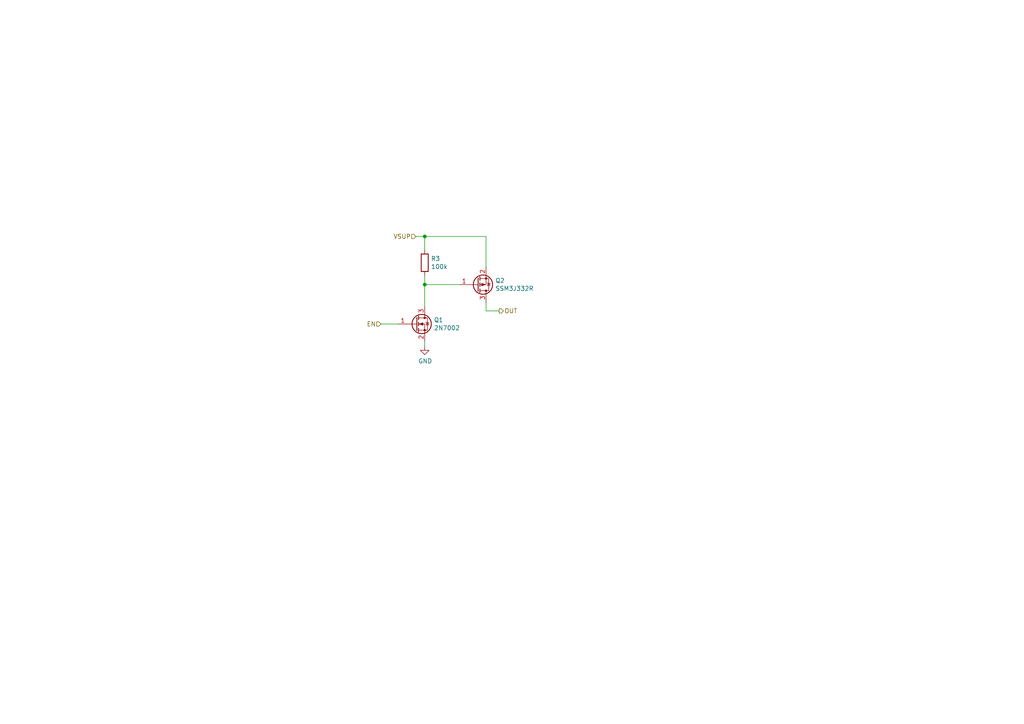
<source format=kicad_sch>
(kicad_sch (version 20211123) (generator eeschema)
  (paper "A4")
  (lib_symbols
    (symbol "Device:Q_PMOS_GSD" (pin_names (offset 0) hide)
      (property "Reference" "Q" (at 5.08 1.27 0))
      (property "Value" "Q_PMOS_GSD" (at 5.08 -1.27 0))
      (symbol "Q_PMOS_GSD_0_1"
        (polyline (pts (xy 0.254 0) (xy -2.54 0)))
        (polyline (pts (xy 0.254 1.905) (xy 0.254 -1.905)) (stroke (width 0.254)))
        (polyline (pts (xy 0.762 -1.27) (xy 0.762 -2.286)) (stroke (width 0.254)))
        (polyline (pts (xy 0.762 0.508) (xy 0.762 -0.508)) (stroke (width 0.254)))
        (polyline (pts (xy 0.762 2.286) (xy 0.762 1.27)) (stroke (width 0.254)))
        (polyline (pts (xy 2.54 2.54) (xy 2.54 1.778)))
        (polyline (pts (xy 2.54 -2.54) (xy 2.54 0) (xy 0.762 0)))
        (polyline (pts (xy 0.762 1.778) (xy 3.302 1.778) (xy 3.302 -1.778) (xy 0.762 -1.778)))
        (polyline (pts (xy 2.286 0) (xy 1.27 0.381) (xy 1.27 -0.381) (xy 2.286 0)) (fill (type outline)))
        (polyline (pts (xy 2.794 -0.508) (xy 2.921 -0.381) (xy 3.683 -0.381) (xy 3.81 -0.254)))
        (polyline (pts (xy 3.302 -0.381) (xy 2.921 0.254) (xy 3.683 0.254) (xy 3.302 -0.381)))
        (circle (center 1.651 0) (radius 2.794) (stroke (width 0.254)))
        (circle (center 2.54 -1.778) (radius 0.254) (fill (type outline)))
        (circle (center 2.54 1.778) (radius 0.254) (fill (type outline)))
      )
      (symbol "Q_PMOS_GSD_1_1"
        (pin input line (at -5.08 0 0) (length 2.54) (name "G") (number "1"))
        (pin passive line (at 2.54 -5.08 90) (length 2.54) (name "S") (number "2"))
        (pin passive line (at 2.54 5.08 270) (length 2.54) (name "D") (number "3"))
      )
    )
    (symbol "Device:R" (pin_numbers hide) (pin_names (offset 0))
      (property "Reference" "R" (at 2.032 0 90))
      (property "Value" "R" (at 0 0 90))
      (symbol "R_0_1"
        (rectangle (start -1.016 -2.54) (end 1.016 2.54) (stroke (width 0.254)))
      )
      (symbol "R_1_1"
        (pin passive line (at 0 3.81 270) (length 1.27) (name "~") (number "1"))
        (pin passive line (at 0 -3.81 90) (length 1.27) (name "~") (number "2"))
      )
    )
    (symbol "Transistor_FET:2N7002" (pin_names hide)
      (property "Reference" "Q" (at 5.08 1.905 0))
      (property "Value" "2N7002" (at 5.08 0 0))
      (symbol "2N7002_0_1"
        (polyline (pts (xy 0.254 0) (xy -2.54 0)))
        (polyline (pts (xy 0.254 1.905) (xy 0.254 -1.905)) (stroke (width 0.254)))
        (polyline (pts (xy 0.762 -1.27) (xy 0.762 -2.286)) (stroke (width 0.254)))
        (polyline (pts (xy 0.762 0.508) (xy 0.762 -0.508)) (stroke (width 0.254)))
        (polyline (pts (xy 0.762 2.286) (xy 0.762 1.27)) (stroke (width 0.254)))
        (polyline (pts (xy 2.54 2.54) (xy 2.54 1.778)))
        (polyline (pts (xy 2.54 -2.54) (xy 2.54 0) (xy 0.762 0)))
        (polyline (pts (xy 0.762 -1.778) (xy 3.302 -1.778) (xy 3.302 1.778) (xy 0.762 1.778)))
        (polyline (pts (xy 1.016 0) (xy 2.032 0.381) (xy 2.032 -0.381) (xy 1.016 0)) (fill (type outline)))
        (polyline (pts (xy 2.794 0.508) (xy 2.921 0.381) (xy 3.683 0.381) (xy 3.81 0.254)))
        (polyline (pts (xy 3.302 0.381) (xy 2.921 -0.254) (xy 3.683 -0.254) (xy 3.302 0.381)))
        (circle (center 1.651 0) (radius 2.794) (stroke (width 0.254)))
        (circle (center 2.54 -1.778) (radius 0.254) (fill (type outline)))
        (circle (center 2.54 1.778) (radius 0.254) (fill (type outline)))
      )
      (symbol "2N7002_1_1"
        (pin input line (at -5.08 0 0) (length 2.54) (name "G") (number "1"))
        (pin passive line (at 2.54 -5.08 90) (length 2.54) (name "S") (number "2"))
        (pin passive line (at 2.54 5.08 270) (length 2.54) (name "D") (number "3"))
      )
    )
    (symbol "power:GND" (power) (pin_names (offset 0))
      (property "Value" "GND" (at 0 -3.81 0))
      (symbol "GND_0_1"
        (polyline (pts (xy 0 0) (xy 0 -1.27) (xy 1.27 -1.27) (xy 0 -2.54) (xy -1.27 -1.27) (xy 0 -1.27)))
      )
      (symbol "GND_1_1"
        (pin power_in line (at 0 0 270) (length 0) hide (name "GND") (number "1"))
      )
    )
  )
  (junction (at 123.19 82.55))
  (junction (at 123.19 68.58))
  (wire (pts (xy 123.19 82.55) (xy 123.19 88.9)))
  (wire (pts (xy 123.19 68.58) (xy 123.19 72.39)))
  (wire (pts (xy 133.35 82.55) (xy 123.19 82.55)))
  (wire (pts (xy 123.19 68.58) (xy 140.97 68.58)))
  (wire (pts (xy 144.78 90.17) (xy 140.97 90.17)))
  (wire (pts (xy 123.19 100.33) (xy 123.19 99.06)))
  (wire (pts (xy 123.19 82.55) (xy 123.19 80.01)))
  (wire (pts (xy 140.97 90.17) (xy 140.97 87.63)))
  (wire (pts (xy 120.65 68.58) (xy 123.19 68.58)))
  (wire (pts (xy 110.49 93.98) (xy 115.57 93.98)))
  (wire (pts (xy 140.97 68.58) (xy 140.97 77.47)))
  (hierarchical_label "EN" (shape input) (at 110.49 93.98 180))
  (hierarchical_label "OUT" (shape output) (at 144.78 90.17 0))
  (hierarchical_label "VSUP" (shape input) (at 120.65 68.58 180))
  (symbol (lib_id "Device:Q_PMOS_GSD") (at 138.43 82.55 0) (mirror x) (unit 1)
    (property "Reference" "Q2" (at 143.637 81.3816 0) (effects (justify left)))
    (property "Value" "SSM3J332R" (at 143.637 83.693 0) (effects (justify left)))
    (property "Footprint" "Package_TO_SOT_SMD:SOT-23" (effects hide))
    (property "Datasheet" "https://toshiba.semicon-storage.com/info/docget.jsp?did=2620&prodName=SSM3J332R" (effects hide))
  )
  (symbol (lib_id "Device:R") (at 123.19 76.2 0) (unit 1)
    (property "Reference" "R3" (at 124.968 75.0316 0) (effects (justify left)))
    (property "Value" "100k" (at 124.968 77.343 0) (effects (justify left)))
    (property "Footprint" "Resistor_SMD:R_0402_1005Metric" (effects hide))
  )
  (symbol (lib_id "power:GND") (at 123.19 100.33 0) (unit 1)
    (property "Reference" "#PWR024" (effects hide))
    (property "Value" "GND" (at 123.317 104.7242 0))
  )
  (symbol (lib_id "Transistor_FET:2N7002") (at 120.65 93.98 0) (unit 1)
    (property "Reference" "Q1" (at 125.8316 92.8116 0) (effects (justify left)))
    (property "Value" "2N7002" (at 125.8316 95.123 0) (effects (justify left)))
    (property "Footprint" "Package_TO_SOT_SMD:SOT-23" (effects hide))
    (property "Datasheet" "https://www.fairchildsemi.com/datasheets/2N/2N7002.pdf" (effects hide))
  )
)
</source>
